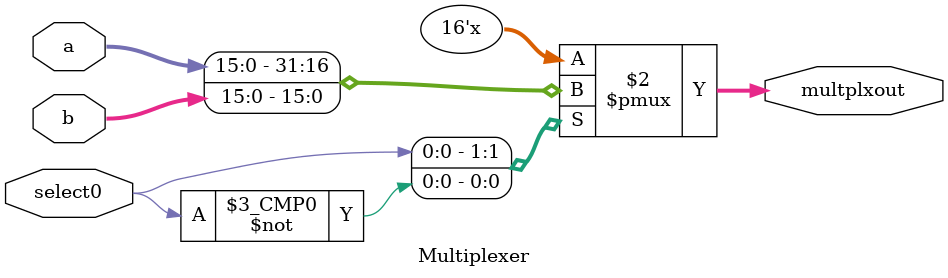
<source format=v>

module Multiplexer(a, b, select0, multplxout);
	input [15:0] a, b;
	input select0;
	output reg [15:0] multplxout;

	always @ (select0)
		case ({select0})
		1'b1: multplxout = a;
		1'b0: multplxout = b;
	endcase
endmodule

</source>
